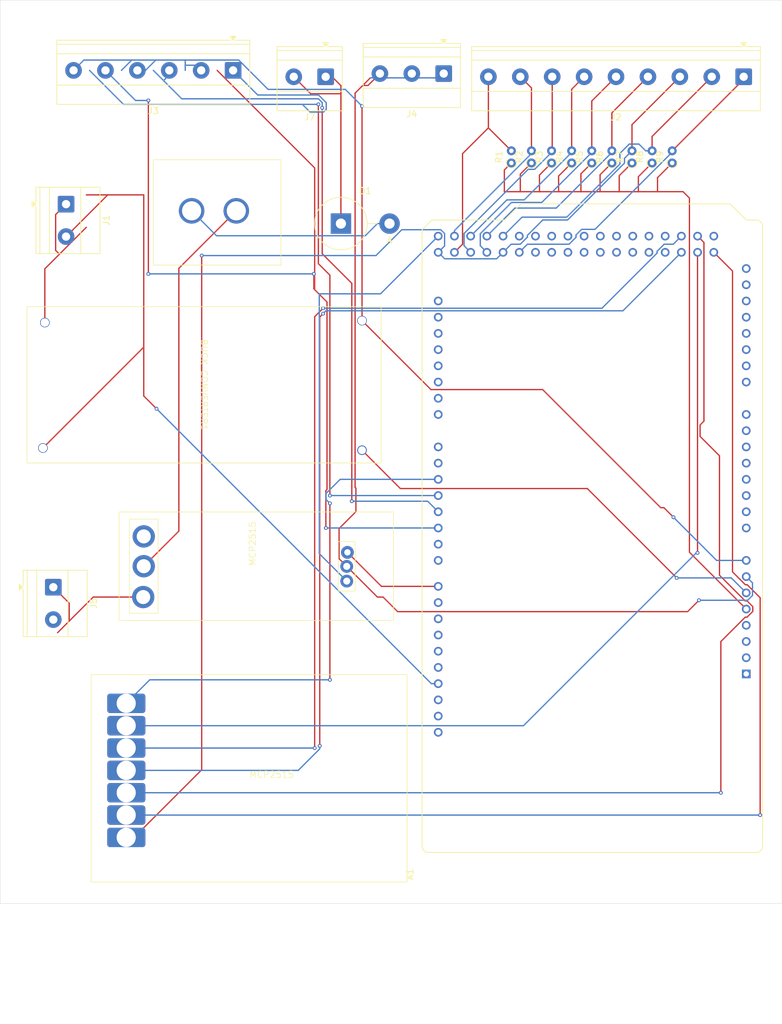
<source format=kicad_pcb>
(kicad_pcb (version 20241229) (generator "pcbnew") (generator_version "9.0")
  (layers (0 "F.Cu" signal) (2 "B.Cu" signal) (13 "F.Paste" user) (15 "B.Paste" user) (5 "F.SilkS" user "F.Silkscreen") (7 "B.SilkS" user "B.Silkscreen") (1 "F.Mask" user) (3 "B.Mask" user) (25 "Edge.Cuts" user))
  (net 0 "")
  (net 2 "Net-(J3-Pin_5)")
  (net 3 "Net-(A1-+5V_3)")
  (net 7 "Net-(J4-Pin_1)")
  (net 17 "Net-(U3-MISO)")
  (net 18 "Net-(A1-+5V_2)")
  (net 19 "Net-(BUCK_CONVERTER1-OUT+)")
  (net 21 "Net-(J2-Pin_5)")
  (net 22 "Net-(U3-SCLK)")
  (net 25 "Net-(J2-Pin_7)")
  (net 30 "Net-(U3-MOSI)")
  (net 32 "Net-(U3-CS)")
  (net 33 "GND")
  (net 42 "Net-(J2-Pin_1)")
  (net 43 "/PWM")
  (net 50 "Net-(J2-Pin_8)")
  (net 55 "Net-(J3-Pin_3)")
  (net 56 "Net-(BUCK_CONVERTER1-OUT-)")
  (net 61 "Net-(J3-Pin_1)")
  (net 69 "/5V")
  (net 71 "Net-(U3-GND)")
  (net 72 "Net-(J2-Pin_6)")
  (net 76 "Net-(J2-Pin_9)")
  (net 81 "Net-(U3-INT)")
  (net 82 "Net-(J2-Pin_4)")
  (net 83 "Net-(J2-Pin_2)")
  (net 86 "+24V")
  (net 87 "Net-(D1-K)")
  (net 88 "Net-(D1-A)")
  (net 89 "Net-(U1-B)")
  (net 90 "Net-(J5-Pin_1)")
  (footprint "Resistor_THT:R_Axial_DIN0204_L3.6mm_D1.6mm_P1.90mm_Vertical" (layer "F.Cu") (at 205.5 54.5 90)
    (property "Reference" "R7" (at 0.95 -1.92 90) (layer "F.SilkS"))
    (property "Value" "1K")
    (pad "1" thru_hole circle (at 0 0 90) (size 1.4 1.4) (drill 0.7) (layers "*.Cu" "*.Mask") (net 69 "/5V"))
    (pad "2" thru_hole oval (at 1.9 0 90) (size 1.4 1.4) (drill 0.7) (layers "*.Cu" "*.Mask") (net 18 "Net-(A1-+5V_2)"))
  )
  (footprint "Resistor_THT:R_Axial_DIN0204_L3.6mm_D1.6mm_P1.90mm_Vertical" (layer "F.Cu") (at 202.35 54.5 90)
    (property "Reference" "R6" (at 0.95 -1.92 90) (layer "F.SilkS"))
    (property "Value" "1K")
    (pad "1" thru_hole circle (at 0 0 90) (size 1.4 1.4) (drill 0.7) (layers "*.Cu" "*.Mask") (net 69 "/5V"))
    (pad "2" thru_hole oval (at 1.9 0 90) (size 1.4 1.4) (drill 0.7) (layers "*.Cu" "*.Mask") (net 82 "Net-(J2-Pin_4)"))
  )
  (footprint "Resistor_THT:R_Axial_DIN0204_L3.6mm_D1.6mm_P1.90mm_Vertical" (layer "F.Cu") (at 196.05 54.5 90)
    (property "Reference" "R4" (at 0.95 -1.92 90) (layer "F.SilkS"))
    (property "Value" "1K")
    (pad "1" thru_hole circle (at 0 0 90) (size 1.4 1.4) (drill 0.7) (layers "*.Cu" "*.Mask") (net 69 "/5V"))
    (pad "2" thru_hole oval (at 1.9 0 90) (size 1.4 1.4) (drill 0.7) (layers "*.Cu" "*.Mask") (net 72 "Net-(J2-Pin_6)"))
  )
  (footprint "Resistor_THT:R_Axial_DIN0204_L3.6mm_D1.6mm_P1.90mm_Vertical" (layer "F.Cu") (at 192.9 54.5 90)
    (property "Reference" "R3" (at 0.95 -1.92 90) (layer "F.SilkS"))
    (property "Value" "1K")
    (pad "1" thru_hole circle (at 0 0 90) (size 1.4 1.4) (drill 0.7) (layers "*.Cu" "*.Mask") (net 69 "/5V"))
    (pad "2" thru_hole oval (at 1.9 0 90) (size 1.4 1.4) (drill 0.7) (layers "*.Cu" "*.Mask") (net 25 "Net-(J2-Pin_7)"))
  )
  (footprint "Resistor_THT:R_Axial_DIN0204_L3.6mm_D1.6mm_P1.90mm_Vertical" (layer "F.Cu") (at 208.65 54.5 90)
    (property "Reference" "R8" (at 0.95 -1.92 90) (layer "F.SilkS"))
    (property "Value" "1K")
    (pad "1" thru_hole circle (at 0 0 90) (size 1.4 1.4) (drill 0.7) (layers "*.Cu" "*.Mask") (net 69 "/5V"))
    (pad "2" thru_hole oval (at 1.9 0 90) (size 1.4 1.4) (drill 0.7) (layers "*.Cu" "*.Mask") (net 83 "Net-(J2-Pin_2)"))
  )
  (footprint "USER PROJECTS:FUSEHOLDER" (layer "F.Cu") (at 148 68)
    (property "Reference" "F1" (hide yes))
    (property "Value" "Fuse" (hide yes))
    (pad "1" thru_hole circle (at -4.5 -6) (size 4 4) (drill 3) (layers "*.Cu" "*.Mask") (net 89 "Net-(U1-B)"))
    (pad "2" thru_hole circle (at -11.5 -6) (size 4 4) (drill 3) (layers "*.Cu" "*.Mask") (net 88 "Net-(D1-A)"))
  )
  (footprint "SBWFL:Untitled" (layer "F.Cu") (at 141.2 126 -90)
    (property "Reference" "BUCK_CONVERTER1" (at -36.75 2.75 270) (layer "F.SilkS") (effects (font (thickness 0.1))))
    (property "Value" "~" (hide yes))
    (pad "1" thru_hole circle (at -46.8 -22 270) (size 1.5 1.5) (drill 1.3) (layers "*.Cu" "*.Mask") (net 19 "Net-(BUCK_CONVERTER1-OUT+)"))
    (pad "2" thru_hole circle (at -26.5 -22 270) (size 1.5 1.5) (drill 1.2) (layers "*.Cu" "*.Mask") (net 56 "Net-(BUCK_CONVERTER1-OUT-)"))
    (pad "3" thru_hole circle (at -46.5 27.7 270) (size 1.5 1.5) (drill 1.3) (layers "*.Cu" "*.Mask") (net 86 "+24V"))
    (pad "4" thru_hole circle (at -26.85 28 270) (size 1.5 1.5) (drill 1.3) (layers "*.Cu" "*.Mask") (net 33 "GND"))
  )
  (footprint "Resistor_THT:R_Axial_DIN0204_L3.6mm_D1.6mm_P1.90mm_Vertical" (layer "F.Cu") (at 186.6 54.5 90)
    (property "Reference" "R1" (at 0.95 -1.92 90) (layer "F.SilkS"))
    (property "Value" "1K")
    (pad "1" thru_hole circle (at 0 0 90) (size 1.4 1.4) (drill 0.7) (layers "*.Cu" "*.Mask") (net 69 "/5V"))
    (pad "2" thru_hole oval (at 1.9 0 90) (size 1.4 1.4) (drill 0.7) (layers "*.Cu" "*.Mask") (net 76 "Net-(J2-Pin_9)"))
  )
  (footprint "TerminalBlock_Phoenix:TerminalBlock_Phoenix_MKDS-1,5-6_1x06_P5.00mm_Horizontal" (layer "F.Cu") (at 143 40 180)
    (property "Reference" "J3" (at 12.5 -6.32 0) (layer "F.SilkS"))
    (property "Value" "Conn_01x06_Pin")
    (pad "1" thru_hole roundrect (at 0 0 180) (size 2.6 2.6) (drill 1.3) (layers "*.Cu" "*.Mask") (roundrect_rratio 0.096154) (net 61 "Net-(J3-Pin_1)"))
    (pad "2" thru_hole circle (at 5 0 180) (size 2.6 2.6) (drill 1.3) (layers "*.Cu" "*.Mask") (net 19 "Net-(BUCK_CONVERTER1-OUT+)"))
    (pad "3" thru_hole circle (at 10 0 180) (size 2.6 2.6) (drill 1.3) (layers "*.Cu" "*.Mask") (net 55 "Net-(J3-Pin_3)"))
    (pad "4" thru_hole circle (at 15 0 180) (size 2.6 2.6) (drill 1.3) (layers "*.Cu" "*.Mask") (net 19 "Net-(BUCK_CONVERTER1-OUT+)"))
    (pad "5" thru_hole circle (at 20 0 180) (size 2.6 2.6) (drill 1.3) (layers "*.Cu" "*.Mask") (net 2 "Net-(J3-Pin_5)"))
    (pad "6" thru_hole circle (at 25 0 180) (size 2.6 2.6) (drill 1.3) (layers "*.Cu" "*.Mask") (net 19 "Net-(BUCK_CONVERTER1-OUT+)"))
  )
  (footprint "TerminalBlock_Phoenix:TerminalBlock_Phoenix_MKDS-1,5-2_1x02_P5.00mm_Horizontal" (layer "F.Cu") (at 157.5 41 180)
    (property "Reference" "J7" (at 2.5 -6.32 0) (layer "F.SilkS"))
    (property "Value" "MOTOR DRIVER +V")
    (pad "1" thru_hole roundrect (at 0 0 180) (size 2.6 2.6) (drill 1.3) (layers "*.Cu" "*.Mask") (roundrect_rratio 0.096154))
    (pad "2" thru_hole circle (at 5 0 180) (size 2.6 2.6) (drill 1.3) (layers "*.Cu" "*.Mask") (net 87 "Net-(D1-K)"))
  )
  (footprint "TerminalBlock_Phoenix:TerminalBlock_Phoenix_MKDS-1,5-2-5.08_1x02_P5.08mm_Horizontal" (layer "F.Cu") (at 116.8275 60.955 -90)
    (property "Reference" "J1" (at 2.54 -6.32 90) (layer "F.SilkS"))
    (property "Value" "POWER INPUT")
    (pad "1" thru_hole roundrect (at 0 0 270) (size 2.6 2.6) (drill 1.3) (layers "*.Cu" "*.Mask") (roundrect_rratio 0.096154) (net 86 "+24V"))
    (pad "2" thru_hole circle (at 5.08 0 270) (size 2.6 2.6) (drill 1.3) (layers "*.Cu" "*.Mask") (net 33 "GND"))
  )
  (footprint "Diode_THT:D_5KPW_P7.62mm_Vertical_AnodeUp" (layer "F.Cu") (at 159.89 64)
    (property "Reference" "D1" (at 3.81 -5.12 0) (layer "F.SilkS"))
    (property "Value" "STPS30L60CW")
    (fp_text user "A" (at 7.62 2.6 0) (layer "F.SilkS"))
    (pad "1" thru_hole rect (at 0 0) (size 3.2 3.2) (drill 1.6) (layers "*.Cu" "*.Mask") (net 87 "Net-(D1-K)"))
    (pad "2" thru_hole oval (at 7.62 0) (size 3.2 3.2) (drill 1.6) (layers "*.Cu" "*.Mask") (net 88 "Net-(D1-A)"))
  )
  (footprint "SBWFL:MCP2515" (layer "F.Cu") (at 144.75 189.15)
    (property "Reference" "U3" (hide yes))
    (property "Value" "~" (hide yes))
    (fp_text user "MCP2515" (at 0.75 -38.25 0) (layer "F.SilkS") (effects (font (thickness 0.1)) (justify left bottom)))
    (pad "1" thru_hole roundrect (at -18.5 -43 180) (size 5.97625 3.0508) (drill 3 (offset -0.011875 0)) (layers "*.Cu" "*.Mask") (roundrect_rratio 0.15) (net 30 "Net-(U3-MOSI)"))
    (pad "2" thru_hole roundrect (at -18.5 -32.5 180) (size 5.97625 3.0508) (drill 3 (offset -0.011875 0)) (layers "*.Cu" "*.Mask") (roundrect_rratio 0.15) (net 71 "Net-(U3-GND)"))
    (pad "3" thru_hole roundrect (at -18.5 -29 180) (size 5.97625 3.0508) (drill 3 (offset -0.011875 0)) (layers "*.Cu" "*.Mask") (roundrect_rratio 0.15) (net 18 "Net-(A1-+5V_2)"))
    (pad "4" thru_hole roundrect (at -18.5 -39.5 180) (size 5.97625 3.0508) (drill 3 (offset -0.011875 0)) (layers "*.Cu" "*.Mask") (roundrect_rratio 0.15) (net 17 "Net-(U3-MISO)"))
    (pad "5" thru_hole roundrect (at -18.5 -36 180) (size 5.97625 3.0508) (drill 3 (offset -0.011875 0)) (layers "*.Cu" "*.Mask") (roundrect_rratio 0.15) (net 32 "Net-(U3-CS)"))
    (pad "6" thru_hole roundrect (at -18.5 -46.5 180) (size 5.97625 3.0508) (drill 3 (offset -0.011875 0)) (layers "*.Cu" "*.Mask") (roundrect_rratio 0.15) (net 22 "Net-(U3-SCLK)"))
    (pad "9" thru_hole roundrect (at -18.5 -50 180) (size 5.97625 3.0508) (drill 3 (offset -0.011875 0)) (layers "*.Cu" "*.Mask") (roundrect_rratio 0.15) (net 81 "Net-(U3-INT)"))
  )
  (footprint "TerminalBlock_Phoenix:TerminalBlock_Phoenix_MKDS-1,5-9_1x09_P5.00mm_Horizontal" (layer "F.Cu") (at 223 41 180)
    (property "Reference" "J2" (at 20 -6.32 0) (layer "F.SilkS"))
    (property "Value" "Conn_01x09_Pin")
    (pad "1" thru_hole roundrect (at 0 0 180) (size 2.6 2.6) (drill 1.3) (layers "*.Cu" "*.Mask") (roundrect_rratio 0.096154) (net 42 "Net-(J2-Pin_1)"))
    (pad "2" thru_hole circle (at 5 0 180) (size 2.6 2.6) (drill 1.3) (layers "*.Cu" "*.Mask") (net 83 "Net-(J2-Pin_2)"))
    (pad "3" thru_hole circle (at 10 0 180) (size 2.6 2.6) (drill 1.3) (layers "*.Cu" "*.Mask") (net 18 "Net-(A1-+5V_2)"))
    (pad "4" thru_hole circle (at 15 0 180) (size 2.6 2.6) (drill 1.3) (layers "*.Cu" "*.Mask") (net 82 "Net-(J2-Pin_4)"))
    (pad "5" thru_hole circle (at 20 0 180) (size 2.6 2.6) (drill 1.3) (layers "*.Cu" "*.Mask") (net 21 "Net-(J2-Pin_5)"))
    (pad "6" thru_hole circle (at 25 0 180) (size 2.6 2.6) (drill 1.3) (layers "*.Cu" "*.Mask") (net 72 "Net-(J2-Pin_6)"))
    (pad "7" thru_hole circle (at 30 0 180) (size 2.6 2.6) (drill 1.3) (layers "*.Cu" "*.Mask") (net 25 "Net-(J2-Pin_7)"))
    (pad "8" thru_hole circle (at 35 0 180) (size 2.6 2.6) (drill 1.3) (layers "*.Cu" "*.Mask") (net 50 "Net-(J2-Pin_8)"))
    (pad "9" thru_hole circle (at 40 0 180) (size 2.6 2.6) (drill 1.3) (layers "*.Cu" "*.Mask") (net 76 "Net-(J2-Pin_9)"))
  )
  (footprint "SBWFL:MODULE_A000067" (layer "F.Cu") (at 199.2828 111.7056 90)
    (property "Reference" "A1" (at -54.225 -28.555 90) (layer "F.SilkS"))
    (property "Value" "A000067")
    (pad "" np_thru_hole circle (at -36.8044 24.1172 90) (size 3.2 3.2) (drill 3.2) (layers "*.Cu" "*.Mask"))
    (pad "" np_thru_hole circle (at -35.5344 -24.1428 90) (size 3.2 3.2) (drill 3.2) (layers "*.Cu" "*.Mask"))
    (pad "" np_thru_hole circle (at 15.2656 -8.9028 90) (size 3.2 3.2) (drill 3.2) (layers "*.Cu" "*.Mask"))
    (pad "" np_thru_hole circle (at 15.2656 19.0372 90) (size 3.2 3.2) (drill 3.2) (layers "*.Cu" "*.Mask"))
    (pad "" np_thru_hole circle (at 39.3956 -24.1428 90) (size 3.2 3.2) (drill 3.2) (layers "*.Cu" "*.Mask"))
    (pad "" np_thru_hole circle (at 45.7456 24.1172 90) (size 3.2 3.2) (drill 3.2) (layers "*.Cu" "*.Mask"))
    (pad "0" thru_hole circle (at 12.7256 -24.1428 90) (size 1.358 1.358) (drill 0.85) (layers "*.Cu" "*.Mask"))
    (pad "1" thru_hole circle (at 10.1856 -24.1428 90) (size 1.358 1.358) (drill 0.85) (layers "*.Cu" "*.Mask"))
    (pad "2" thru_hole circle (at 7.6456 -24.1428 90) (size 1.358 1.358) (drill 0.85) (layers "*.Cu" "*.Mask") (net 81 "Net-(U3-INT)"))
    (pad "3" thru_hole circle (at 5.1056 -24.1428 90) (size 1.358 1.358) (drill 0.85) (layers "*.Cu" "*.Mask") (net 61 "Net-(J3-Pin_1)"))
    (pad "3V3" thru_hole circle (at -15.2144 24.1172 90) (size 1.358 1.358) (drill 0.85) (layers "*.Cu" "*.Mask"))
    (pad "4" thru_hole circle (at 2.5656 -24.1428 90) (size 1.358 1.358) (drill 0.85) (layers "*.Cu" "*.Mask") (net 55 "Net-(J3-Pin_3)"))
    (pad "5" thru_hole circle (at 0.0256 -24.1428 90) (size 1.358 1.358) (drill 0.85) (layers "*.Cu" "*.Mask") (net 2 "Net-(J3-Pin_5)"))
    (pad "5V_1" thru_hole circle (at -12.6744 24.1172 90) (size 1.358 1.358) (drill 0.85) (layers "*.Cu" "*.Mask") (net 69 "/5V"))
    (pad "5V_2" thru_hole circle (at 43.2056 -24.1428 90) (size 1.358 1.358) (drill 0.85) (layers "*.Cu" "*.Mask") (net 18 "Net-(A1-+5V_2)"))
    (pad "5V_3" thru_hole circle (at 45.7456 -24.1428 90) (size 1.358 1.358) (drill 0.85) (layers "*.Cu" "*.Mask") (net 3 "Net-(A1-+5V_3)"))
    (pad "6" thru_hole circle (at -2.5144 -24.1428 90) (size 1.358 1.358) (drill 0.85) (layers "*.Cu" "*.Mask"))
    (pad "7" thru_hole circle (at -5.0544 -24.1428 90) (size 1.358 1.358) (drill 0.85) (layers "*.Cu" "*.Mask"))
    (pad "8" thru_hole circle (at -9.1184 -24.1428 90) (size 1.358 1.358) (drill 0.85) (layers "*.Cu" "*.Mask") (net 43 "/PWM"))
    (pad "9" thru_hole circle (at -11.6584 -24.1428 90) (size 1.358 1.358) (drill 0.85) (layers "*.Cu" "*.Mask"))
    (pad "10" thru_hole circle (at -14.1984 -24.1428 90) (size 1.358 1.358) (drill 0.85) (layers "*.Cu" "*.Mask"))
    (pad "11" thru_hole circle (at -16.7384 -24.1428 90) (size 1.358 1.358) (drill 0.85) (layers "*.Cu" "*.Mask"))
    (pad "12" thru_hole circle (at -19.2784 -24.1428 90) (size 1.358 1.358) (drill 0.85) (layers "*.Cu" "*.Mask"))
    (pad "13" thru_hole circle (at -21.8184 -24.1428 90) (size 1.358 1.358) (drill 0.85) (layers "*.Cu" "*.Mask"))
    (pad "14" thru_hole circle (at 17.8056 -24.1428 90) (size 1.358 1.358) (drill 0.85) (layers "*.Cu" "*.Mask"))
    (pad "15" thru_hole circle (at 20.3456 -24.1428 90) (size 1.358 1.358) (drill 0.85) (layers "*.Cu" "*.Mask"))
    (pad "16" thru_hole circle (at 22.8856 -24.1428 90) (size 1.358 1.358) (drill 0.85) (layers "*.Cu" "*.Mask"))
    (pad "17" thru_hole circle (at 25.4256 -24.1428 90) (size 1.358 1.358) (drill 0.85) (layers "*.Cu" "*.Mask"))
    (pad "18" thru_hole circle (at 27.9656 -24.1428 90) (size 1.358 1.358) (drill 0.85) (layers "*.Cu" "*.Mask"))
    (pad "19" thru_hole circle (at 30.5056 -24.1428 90) (size 1.358 1.358) (drill 0.85) (layers "*.Cu" "*.Mask"))
    (pad "20" thru_hole circle (at 33.0456 -24.1428 90) (size 1.358 1.358) (drill 0.85) (layers "*.Cu" "*.Mask"))
    (pad "21" thru_hole circle (at 35.5856 -24.1428 90) (size 1.358 1.358) (drill 0.85) (layers "*.Cu" "*.Mask"))
    (pad "22" thru_hole circle (at 43.2056 -21.6028 90) (size 1.358 1.358) (drill 0.85) (layers "*.Cu" "*.Mask") (net 76 "Net-(J2-Pin_9)"))
    (pad "23" thru_hole circle (at 45.7456 -21.6028 90) (size 1.358 1.358) (drill 0.85) (layers "*.Cu" "*.Mask") (net 50 "Net-(J2-Pin_8)"))
    (pad "24" thru_hole circle (at 43.2056 -19.0628 90) (size 1.358 1.358) (drill 0.85) (layers "*.Cu" "*.Mask") (net 25 "Net-(J2-Pin_7)"))
    (pad "25" thru_hole circle (at 45.7456 -19.0628 90) (size 1.358 1.358) (drill 0.85) (layers "*.Cu" "*.Mask") (net 72 "Net-(J2-Pin_6)"))
    (pad "26" thru_hole circle (at 43.2056 -16.5228 90) (size 1.358 1.358) (drill 0.85) (layers "*.Cu" "*.Mask") (net 21 "Net-(J2-Pin_5)"))
    (pad "27" thru_hole circle (at 45.7456 -16.5228 90) (size 1.358 1.358) (drill 0.85) (layers "*.Cu" "*.Mask") (net 82 "Net-(J2-Pin_4)"))
    (pad "28" thru_hole circle (at 43.2056 -13.9828 90) (size 1.358 1.358) (drill 0.85) (layers "*.Cu" "*.Mask") (net 18 "Net-(A1-+5V_2)"))
    (pad "29" thru_hole circle (at 45.7456 -13.9828 90) (size 1.358 1.358) (drill 0.85) (layers "*.Cu" "*.Mask") (net 83 "Net-(J2-Pin_2)"))
    (pad "30" thru_hole circle (at 43.2056 -11.4428 90) (size 1.358 1.358) (drill 0.85) (layers "*.Cu" "*.Mask") (net 42 "Net-(J2-Pin_1)"))
    (pad "31" thru_hole circle (at 45.7456 -11.4428 90) (size 1.358 1.358) (drill 0.85) (layers "*.Cu" "*.Mask"))
    (pad "32" thru_hole circle (at 43.2056 -8.9028 90) (size 1.358 1.358) (drill 0.85) (layers "*.Cu" "*.Mask"))
    (pad "33" thru_hole circle (at 45.7456 -8.9028 90) (size 1.358 1.358) (drill 0.85) (layers "*.Cu" "*.Mask"))
    (pad "34" thru_hole circle (at 43.2056 -6.3628 90) (size 1.358 1.358) (drill 0.85) (layers "*.Cu" "*.Mask"))
    (pad "35" thru_hole circle (at 45.7456 -6.3628 90) (size 1.358 1.358) (drill 0.85) (layers "*.Cu" "*.Mask"))
    (pad "36" thru_hole circle (at 43.2056 -3.8228 90) (size 1.358 1.358) (drill 0.85) (layers "*.Cu" "*.Mask"))
    (pad "37" thru_hole circle (at 45.7456 -3.8228 90) (size 1.358 1.358) (drill 0.85) (layers "*.Cu" "*.Mask"))
    (pad "38" thru_hole circle (at 43.2056 -1.2828 90) (size 1.358 1.358) (drill 0.85) (layers "*.Cu" "*.Mask"))
    (pad "39" thru_hole circle (at 45.7456 -1.2828 90) (size 1.358 1.358) (drill 0.85) (layers "*.Cu" "*.Mask"))
    (pad "40" thru_hole circle (at 43.2056 1.2572 90) (size 1.358 1.358) (drill 0.85) (layers "*.Cu" "*.Mask"))
    (pad "41" thru_hole circle (at 45.7456 1.2572 90) (size 1.358 1.358) (drill 0.85) (layers "*.Cu" "*.Mask"))
    (pad "42" thru_hole circle (at 43.2056 3.7972 90) (size 1.358 1.358) (drill 0.85) (layers "*.Cu" "*.Mask"))
    (pad "43" thru_hole circle (at 45.7456 3.7972 90) (size 1.358 1.358) (drill 0.85) (layers "*.Cu" "*.Mask"))
    (pad "44" thru_hole circle (at 43.2056 6.3372 90) (size 1.358 1.358) (drill 0.85) (layers "*.Cu" "*.Mask"))
    (pad "45" thru_hole circle (at 45.7456 6.3372 90) (size 1.358 1.358) (drill 0.85) (layers "*.Cu" "*.Mask"))
    (pad "46" thru_hole circle (at 43.2056 8.8772 90) (size 1.358 1.358) (drill 0.85) (layers "*.Cu" "*.Mask"))
    (pad "47" thru_hole circle (at 45.7456 8.8772 90) (size 1.358 1.358) (drill 0.85) (layers "*.Cu" "*.Mask"))
    (pad "48" thru_hole circle (at 43.2056 11.4172 90) (size 1.358 1.358) (drill 0.85) (layers "*.Cu" "*.Mask"))
    (pad "49" thru_hole circle (at 45.7456 11.4172 90) (size 1.358 1.358) (drill 0.85) (layers "*.Cu" "*.Mask"))
    (pad "50" thru_hole circle (at 43.2056 13.9572 90) (size 1.358 1.358) (drill 0.85) (layers "*.Cu" "*.Mask") (net 17 "Net-(U3-MISO)"))
    (pad "51" thru_hole circle (at 45.7456 13.9572 90) (size 1.358 1.358) (drill 0.85) (layers "*.Cu" "*.Mask") (net 30 "Net-(U3-MOSI)"))
    (pad "52" thru_hole circle (at 43.2056 16.4972 90) (size 1.358 1.358) (drill 0.85) (layers "*.Cu" "*.Mask") (net 22 "Net-(U3-SCLK)"))
    (pad "53" thru_hole circle (at 45.7456 16.4972 90) (size 1.358 1.358) (drill 0.85) (layers "*.Cu" "*.Mask") (net 32 "Net-(U3-CS)"))
    (pad "AD0" thru_hole circle (at 0.0256 24.1172 90) (size 1.358 1.358) (drill 0.85) (layers "*.Cu" "*.Mask"))
    (pad "AD1" thru_hole circle (at 2.5656 24.1172 90) (size 1.358 1.358) (drill 0.85) (layers "*.Cu" "*.Mask"))
    (pad "AD2" thru_hole circle (at 5.1056 24.1172 90) (size 1.358 1.358) (drill 0.85) (layers "*.Cu" "*.Mask"))
    (pad "AD3" thru_hole circle (at 7.6456 24.1172 90) (size 1.358 1.358) (drill 0.85) (layers "*.Cu" "*.Mask"))
    (pad "AD4" thru_hole circle (at 10.1856 24.1172 90) (size 1.358 1.358) (drill 0.85) (layers "*.Cu" "*.Mask"))
    (pad "AD5" thru_hole circle (at 12.7256 24.1172 90) (size 1.358 1.358) (drill 0.85) (layers "*.Cu" "*.Mask"))
    (pad "AD6" thru_hole circle (at 15.2656 24.1172 90) (size 1.358 1.358) (drill 0.85) (layers "*.Cu" "*.Mask"))
    (pad "AD7" thru_hole circle (at 17.8056 24.1172 90) (size 1.358 1.358) (drill 0.85) (layers "*.Cu" "*.Mask"))
    (pad "AD8" thru_hole circle (at 22.8856 24.1172 90) (size 1.358 1.358) (drill 0.85) (layers "*.Cu" "*.Mask"))
    (pad "AD9" thru_hole circle (at 25.4256 24.1172 90) (size 1.358 1.358) (drill 0.85) (layers "*.Cu" "*.Mask"))
    (pad "AD10" thru_hole circle (at 27.9656 24.1172 90) (size 1.358 1.358) (drill 0.85) (layers "*.Cu" "*.Mask"))
    (pad "AD11" thru_hole circle (at 30.5056 24.1172 90) (size 1.358 1.358) (drill 0.85) (layers "*.Cu" "*.Mask"))
    (pad "AD12" thru_hole circle (at 33.0456 24.1172 90) (size 1.358 1.358) (drill 0.85) (layers "*.Cu" "*.Mask"))
    (pad "AD13" thru_hole circle (at 35.5856 24.1172 90) (size 1.358 1.358) (drill 0.85) (layers "*.Cu" "*.Mask"))
    (pad "AD14" thru_hole circle (at 38.1256 24.1172 90) (size 1.358 1.358) (drill 0.85) (layers "*.Cu" "*.Mask"))
    (pad "AD15" thru_hole circle (at 40.6656 24.1172 90) (size 1.358 1.358) (drill 0.85) (layers "*.Cu" "*.Mask"))
    (pad "AREF" thru_hole circle (at -26.8984 -24.1428 90) (size 1.358 1.358) (drill 0.85) (layers "*.Cu" "*.Mask"))
    (pad "GND1" thru_hole circle (at -10.1344 24.1172 90) (size 1.358 1.358) (drill 0.85) (layers "*.Cu" "*.Mask") (net 56 "Net-(BUCK_CONVERTER1-OUT-)"))
    (pad "GND2" thru_hole circle (at -7.5944 24.1172 90) (size 1.358 1.358) (drill 0.85) (layers "*.Cu" "*.Mask") (net 7 "Net-(J4-Pin_1)"))
    (pad "GND3" thru_hole circle (at -24.3584 -24.1428 90) (size 1.358 1.358) (drill 0.85) (layers "*.Cu" "*.Mask") (net 33 "GND"))
    (pad "GND4" thru_hole circle (at 43.2056 19.0372 90) (size 1.358 1.358) (drill 0.85) (layers "*.Cu" "*.Mask") (net 71 "Net-(U3-GND)"))
    (pad "GND5" thru_hole circle (at 45.7456 19.0372 90) (size 1.358 1.358) (drill 0.85) (layers "*.Cu" "*.Mask"))
    (pad "IOREF" thru_hole circle (at -20.2944 24.1172 90) (size 1.358 1.358) (drill 0.85) (layers "*.Cu" "*.Mask"))
    (pad "NC" thru_hole rect (at -22.8344 24.1172 90) (size 1.358 1.358) (drill 0.85) (layers "*.Cu" "*.Mask"))
    (pad "RESET" thru_hole circle (at -17.7544 24.1172 90) (size 1.358 1.358) (drill 0.85) (layers "*.Cu" "*.Mask"))
    (pad "SCL" thru_hole circle (at -31.9784 -24.1428 90) (size 1.358 1.358) (drill 0.85) (layers "*.Cu" "*.Mask"))
    (pad "SDA" thru_hole circle (at -29.4384 -24.1428 90) (size 1.358 1.358) (drill 0.85) (layers "*.Cu" "*.Mask"))
    (pad "VIN" thru_hole circle (at -5.0544 24.1172 90) (size 1.358 1.358) (drill 0.85) (layers "*.Cu" "*.Mask") (net 19 "Net-(BUCK_CONVERTER1-OUT+)"))
  )
  (footprint "Resistor_THT:R_Axial_DIN0204_L3.6mm_D1.6mm_P1.90mm_Vertical" (layer "F.Cu") (at 199.2 54.5 90)
    (property "Reference" "R5" (at 0.95 -1.92 90) (layer "F.SilkS"))
    (property "Value" "1K")
    (pad "1" thru_hole circle (at 0 0 90) (size 1.4 1.4) (drill 0.7) (layers "*.Cu" "*.Mask") (net 69 "/5V"))
    (pad "2" thru_hole oval (at 1.9 0 90) (size 1.4 1.4) (drill 0.7) (layers "*.Cu" "*.Mask") (net 21 "Net-(J2-Pin_5)"))
  )
  (footprint "USER PROJECTS:Untitled" (layer "F.Cu") (at 149.915 139.5 90)
    (property "Reference" "U1" (hide yes))
    (property "Value" "~" (hide yes))
    (fp_text user "MCP2515" (at 21.832 -3.286 90) (layer "F.SilkS") (effects (font (thickness 0.1)) (justify left bottom)))
    (pad "1" thru_hole circle (at 17 -21) (size 3.48741 3.48741) (drill 2.2) (layers "*.Cu" "*.Mask") (net 90 "Net-(J5-Pin_1)"))
    (pad "2" thru_hole circle (at 21.832 -20.915) (size 3.48741 3.48741) (drill 2.2) (layers "*.Cu" "*.Mask") (net 89 "Net-(U1-B)"))
    (pad "3" thru_hole circle (at 26.5 -20.915) (size 3.48741 3.48741) (drill 2.2) (layers "*.Cu" "*.Mask"))
    (pad "4" thru_hole circle (at 24 11) (size 2 2) (drill 1) (layers "*.Cu" "*.Mask") (net 43 "/PWM"))
    (pad "5" thru_hole circle (at 19.5 10.8896) (size 2 2) (drill 1.1) (layers "*.Cu" "*.Mask") (net 3 "Net-(A1-+5V_3)"))
    (pad "6" thru_hole circle (at 21.8064 10.8896) (size 2 2) (drill 1.1) (layers "*.Cu" "*.Mask") (net 7 "Net-(J4-Pin_1)"))
  )
  (footprint "TerminalBlock_Phoenix:TerminalBlock_Phoenix_MKDS-1,5-3_1x03_P5.00mm_Horizontal" (layer "F.Cu") (at 176 40.5 180)
    (property "Reference" "J4" (at 5 -6.32 0) (layer "F.SilkS"))
    (property "Value" "Conn_01x03_Pin")
    (pad "1" thru_hole roundrect (at 0 0 180) (size 2.6 2.6) (drill 1.3) (layers "*.Cu" "*.Mask") (roundrect_rratio 0.096154) (net 7 "Net-(J4-Pin_1)"))
    (pad "2" thru_hole circle (at 5 0 180) (size 2.6 2.6) (drill 1.3) (layers "*.Cu" "*.Mask") (net 7 "Net-(J4-Pin_1)"))
    (pad "3" thru_hole circle (at 10 0 180) (size 2.6 2.6) (drill 1.3) (layers "*.Cu" "*.Mask") (net 7 "Net-(J4-Pin_1)"))
  )
  (footprint "TerminalBlock_Phoenix:TerminalBlock_Phoenix_MKDS-1,5-2-5.08_1x02_P5.08mm_Horizontal" (layer "F.Cu") (at 114.8275 120.955 -90)
    (property "Reference" "J5" (at 2.54 -6.32 90) (layer "F.SilkS"))
    (property "Value" "+24V")
    (pad "1" thru_hole roundrect (at 0 0 270) (size 2.6 2.6) (drill 1.3) (layers "*.Cu" "*.Mask") (roundrect_rratio 0.096154) (net 90 "Net-(J5-Pin_1)"))
    (pad "2" thru_hole circle (at 5.08 0 270) (size 2.6 2.6) (drill 1.3) (layers "*.Cu" "*.Mask"))
  )
  (footprint "Resistor_THT:R_Axial_DIN0204_L3.6mm_D1.6mm_P1.90mm_Vertical" (layer "F.Cu") (at 211.8 54.5 90)
    (property "Reference" "R9" (at 0.95 -1.92 90) (layer "F.SilkS"))
    (property "Value" "1K")
    (pad "1" thru_hole circle (at 0 0 90) (size 1.4 1.4) (drill 0.7) (layers "*.Cu" "*.Mask") (net 69 "/5V"))
    (pad "2" thru_hole oval (at 1.9 0 90) (size 1.4 1.4) (drill 0.7) (layers "*.Cu" "*.Mask") (net 42 "Net-(J2-Pin_1)"))
  )
  (footprint "Resistor_THT:R_Axial_DIN0204_L3.6mm_D1.6mm_P1.90mm_Vertical" (layer "F.Cu") (at 189.75 54.5 90)
    (property "Reference" "R2" (at 0.95 -1.92 90) (layer "F.SilkS"))
    (property "Value" "1K")
    (pad "1" thru_hole circle (at 0 0 90) (size 1.4 1.4) (drill 0.7) (layers "*.Cu" "*.Mask") (net 69 "/5V"))
    (pad "2" thru_hole oval (at 1.9 0 90) (size 1.4 1.4) (drill 0.7) (layers "*.Cu" "*.Mask") (net 50 "Net-(J2-Pin_8)"))
  )
  (gr_rect (start 106.5 29) (end 229 170.5) (stroke (width 0.05)) (fill no) (layer "Edge.Cuts"))
  (segment (start 155.6524 71.8766) (end 155.6524 74.2086) (width 0.2) (layer "F.Cu") (net 2))
  (segment (start 155.78 74.3362) (end 155.78 74.3503) (width 0.2) (layer "F.Cu") (net 2))
  (segment (start 157.535 105.832) (end 157.535 111.68) (width 0.2) (layer "F.Cu") (net 2))
  (segment (start 155.6524 74.2086) (end 155.78 74.3362) (width 0.2) (layer "F.Cu") (net 2))
  (segment (start 157.711 105.656) (end 157.535 105.832) (width 0.2) (layer "F.Cu") (net 2))
  (segment (start 155.78 55.2798) (end 155.78 74.3362) (width 0.2) (layer "F.Cu") (net 2))
  (segment (start 140.5 40) (end 155.78 55.2798) (width 0.2) (layer "F.Cu") (net 2))
  (segment (start 157.711 76.2817) (end 157.711 105.656) (width 0.2) (layer "F.Cu") (net 2))
  (segment (start 155.78 74.3503) (end 157.711 76.2817) (width 0.2) (layer "F.Cu") (net 2))
  (segment (start 129.7208 71.8766) (end 129.7208 44.7119) (width 0.2) (layer "F.Cu") (net 2))
  (via (at 129.7208 71.8766) (size 0.6) (drill 0.3) (layers "F.Cu" "B.Cu") (net 2))
  (via (at 155.6524 71.8766) (size 0.6) (drill 0.3) (layers "F.Cu" "B.Cu") (net 2))
  (via (at 129.7208 44.7119) (size 0.6) (drill 0.3) (layers "F.Cu" "B.Cu") (net 2))
  (via (at 157.535 111.68) (size 0.6) (drill 0.3) (layers "F.Cu" "B.Cu") (net 2))
  (segment (start 175.14 111.68) (end 157.535 111.68) (width 0.2) (layer "B.Cu") (net 2))
  (segment (start 123 40) (end 127.7119 44.7119) (width 0.2) (layer "B.Cu") (net 2))
  (segment (start 155.6524 71.8766) (end 129.7208 71.8766) (width 0.2) (layer "B.Cu") (net 2))
  (segment (start 127.7119 44.7119) (end 129.7208 44.7119) (width 0.2) (layer "B.Cu") (net 2))
  (segment (start 166.1 75) (end 175.14 65.96) (width 0.2) (layer "B.Cu") (net 3))
  (segment (start 156.5 75) (end 166.1 75) (width 0.2) (layer "B.Cu") (net 3))
  (segment (start 160.805 120) (end 160.8046 119.9996) (width 0.2) (layer "B.Cu") (net 3))
  (segment (start 160.8046 119.9996) (end 156.5 115.695) (width 0.2) (layer "B.Cu") (net 3))
  (segment (start 156.5 115.695) (end 156.5 75) (width 0.2) (layer "B.Cu") (net 3))
  (segment (start 160.8046 119.9996) (end 160.8046 120) (width 0.2) (layer "B.Cu") (net 3))
  (segment (start 168.786 124.786) (end 166.5 122.5) (width 0.2) (layer "F.Cu") (net 7))
  (segment (start 216 123) (end 214.214 124.786) (width 0.2) (layer "F.Cu") (net 7))
  (segment (start 164.1351 42.3649) (end 166 40.5) (width 0.2) (layer "F.Cu") (net 7))
  (segment (start 160.8046 117.6936) (end 159.603 116.492) (width 0.2) (layer "F.Cu") (net 7))
  (segment (start 166.5 122.5) (end 165.611 122.5) (width 0.2) (layer "F.Cu") (net 7))
  (segment (start 162.115 105.311) (end 162.115 43.5573) (width 0.2) (layer "F.Cu") (net 7))
  (segment (start 165.611 122.5) (end 160.8046 117.6936) (width 0.2) (layer "F.Cu") (net 7))
  (segment (start 163.3075 42.3649) (end 164.1351 42.3649) (width 0.2) (layer "F.Cu") (net 7))
  (segment (start 162.115 43.5573) (end 163.3075 42.3649) (width 0.2) (layer "F.Cu") (net 7))
  (segment (start 214.214 124.786) (end 168.786 124.786) (width 0.2) (layer "F.Cu") (net 7))
  (segment (start 163.3075 42.3649) (end 164.5 41.1725) (width 0.2) (layer "F.Cu") (net 7))
  (segment (start 162.24 109.128) (end 162.24 105.436) (width 0.2) (layer "F.Cu") (net 7))
  (segment (start 159.603 116.492) (end 159.603 111.765) (width 0.2) (layer "F.Cu") (net 7))
  (segment (start 162.24 105.436) (end 162.115 105.311) (width 0.2) (layer "F.Cu") (net 7))
  (segment (start 159.603 111.765) (end 162.24 109.128) (width 0.2) (layer "F.Cu") (net 7))
  (via (at 216 123) (size 0.6) (drill 0.3) (layers "F.Cu" "B.Cu") (net 7))
  (segment (start 224.38 120.28) (end 224.38 122.246) (width 0.2) (layer "B.Cu") (net 7))
  (segment (start 174.5 41.1725) (end 175.3275 41.1725) (width 0.2) (layer "B.Cu") (net 7))
  (segment (start 170.5863 41.1725) (end 166.6725 41.1725) (width 0.2) (layer "B.Cu") (net 7))
  (segment (start 175.3275 41.1725) (end 176 40.5) (width 0.2) (layer "B.Cu") (net 7))
  (segment (start 171 40.7588) (end 171 40.5) (width 0.2) (layer "B.Cu") (net 7))
  (segment (start 223.4 119.3) (end 224.38 120.28) (width 0.2) (layer "B.Cu") (net 7))
  (segment (start 223.626 123) (end 216 123) (width 0.2) (layer "B.Cu") (net 7))
  (segment (start 166.6725 41.1725) (end 164.5 41.1725) (width 0.2) (layer "B.Cu") (net 7))
  (segment (start 224.38 122.246) (end 223.626 123) (width 0.2) (layer "B.Cu") (net 7))
  (segment (start 170.5863 41.1725) (end 171 40.7588) (width 0.2) (layer "B.Cu") (net 7))
  (segment (start 166.6725 41.1725) (end 166 40.5) (width 0.2) (layer "B.Cu") (net 7))
  (segment (start 174.5 41.1725) (end 170.5863 41.1725) (width 0.2) (layer "B.Cu") (net 7))
  (segment (start 156.578 78.636) (end 157.109 78.1044) (width 0.2) (layer "F.Cu") (net 17))
  (segment (start 156.578 145.806) (end 156.578 78.636) (width 0.2) (layer "F.Cu") (net 17))
  (via (at 156.578 145.806) (size 0.6) (drill 0.3) (layers "F.Cu" "B.Cu") (net 17))
  (via (at 157.109 78.1044) (size 0.6) (drill 0.3) (layers "F.Cu" "B.Cu") (net 17))
  (segment (start 204.081 77.6589) (end 157.555 77.6589) (width 0.2) (layer "B.Cu") (net 17))
  (segment (start 213.24 68.5) (end 204.081 77.6589) (width 0.2) (layer "B.Cu") (net 17))
  (segment (start 156.578 145.806) (end 156.578 146.274) (width 0.2) (layer "B.Cu") (net 17))
  (segment (start 153.202 149.65) (end 126.25 149.65) (width 0.2) (layer "B.Cu") (net 17))
  (segment (start 156.578 146.274) (end 153.202 149.65) (width 0.2) (layer "B.Cu") (net 17))
  (segment (start 157.555 77.6589) (end 157.109 78.1044) (width 0.2) (layer "B.Cu") (net 17))
  (segment (start 213 41) (end 205.5 48.5) (width 0.2) (layer "F.Cu") (net 18))
  (segment (start 126.25 160.15) (end 127.484 160.15) (width 0.2) (layer "F.Cu") (net 18))
  (segment (start 205.5 48.5) (end 205.5 52.6) (width 0.2) (layer "F.Cu") (net 18))
  (segment (start 138.078 149.556) (end 138.078 69.0073) (width 0.2) (layer "F.Cu") (net 18))
  (segment (start 127.484 160.15) (end 138.078 149.556) (width 0.2) (layer "F.Cu") (net 18))
  (via (at 138.078 69.0073) (size 0.6) (drill 0.3) (layers "F.Cu" "B.Cu") (net 18))
  (segment (start 187.997 67.23) (end 186.57 67.23) (width 0.2) (layer "B.Cu") (net 18))
  (segment (start 189.11 65.8422) (end 189.11 66.1168) (width 0.2) (layer "B.Cu") (net 18))
  (segment (start 185.3 68.5) (end 184.286 69.5135) (width 0.2) (layer "B.Cu") (net 18))
  (segment (start 205.5 52.6) (end 204.327 53.7733) (width 0.2) (layer "B.Cu") (net 18))
  (segment (start 176.138 65.5593) (end 176.138 67.5022) (width 0.2) (layer "B.Cu") (net 18))
  (segment (start 176.154 69.5135) (end 175.14 68.5) (width 0.2) (layer "B.Cu") (net 18))
  (segment (start 195.409 63.4336) (end 191.519 63.4336) (width 0.2) (layer "B.Cu") (net 18))
  (segment (start 138.078 69.0073) (end 165.384 69.0073) (width 0.2) (layer "B.Cu") (net 18))
  (segment (start 186.57 67.23) (end 185.3 68.5) (width 0.2) (layer "B.Cu") (net 18))
  (segment (start 169.43 64.9606) (end 175.539 64.9606) (width 0.2) (layer "B.Cu") (net 18))
  (segment (start 175.539 64.9606) (end 176.138 65.5593) (width 0.2) (layer "B.Cu") (net 18))
  (segment (start 204.327 54.5161) (end 195.409 63.4336) (width 0.2) (layer "B.Cu") (net 18))
  (segment (start 184.286 69.5135) (end 176.154 69.5135) (width 0.2) (layer "B.Cu") (net 18))
  (segment (start 165.384 69.0073) (end 169.43 64.9606) (width 0.2) (layer "B.Cu") (net 18))
  (segment (start 191.519 63.4336) (end 189.11 65.8422) (width 0.2) (layer "B.Cu") (net 18))
  (segment (start 204.327 53.7733) (end 204.327 54.5161) (width 0.2) (layer "B.Cu") (net 18))
  (segment (start 176.138 67.5022) (end 175.14 68.5) (width 0.2) (layer "B.Cu") (net 18))
  (segment (start 189.11 66.1168) (end 187.997 67.23) (width 0.2) (layer "B.Cu") (net 18))
  (segment (start 163.2 79.2) (end 174 90) (width 0.2) (layer "F.Cu") (net 19))
  (segment (start 210 108.5) (end 210.5 108.5) (width 0.2) (layer "F.Cu") (net 19))
  (segment (start 210.5 108.5) (end 212 110) (width 0.2) (layer "F.Cu") (net 19))
  (segment (start 163.2 79.2) (end 163.2 45.5974) (width 0.2) (layer "F.Cu") (net 19))
  (segment (start 174 90) (end 191.5 90) (width 0.2) (layer "F.Cu") (net 19))
  (segment (start 191.5 90) (end 210 108.5) (width 0.2) (layer "F.Cu") (net 19))
  (via (at 212 110) (size 0.6) (drill 0.3) (layers "F.Cu" "B.Cu") (net 19))
  (via (at 163.2 45.5974) (size 0.6) (drill 0.3) (layers "F.Cu" "B.Cu") (net 19))
  (segment (start 137.1902 39.1902) (end 138 40) (width 0.2) (layer "B.Cu") (net 19))
  (segment (start 127.12 38.3805) (end 119.6195 38.3805) (width 0.2) (layer "B.Cu") (net 19))
  (segment (start 148.474 42.9741) (end 160.577 42.9741) (width 0.2) (layer "B.Cu") (net 19))
  (segment (start 128 40) (end 129.2663 40) (width 0.2) (layer "B.Cu") (net 19))
  (segment (start 212 110) (end 218.76 116.76) (width 0.2) (layer "B.Cu") (net 19))
  (segment (start 145.5 40) (end 148.474 42.9741) (width 0.2) (layer "B.Cu") (net 19))
  (segment (start 135.5 39.1902) (end 137.1902 39.1902) (width 0.2) (layer "B.Cu") (net 19))
  (segment (start 119.6195 38.3805) (end 118 40) (width 0.2) (layer "B.Cu") (net 19))
  (segment (start 135.5 38.3805) (end 143.88 38.3805) (width 0.2) (layer "B.Cu") (net 19))
  (segment (start 135.5 39.1902) (end 135.5 40) (width 0.2) (layer "B.Cu") (net 19))
  (segment (start 135.5 38.3805) (end 130.8858 38.3805) (width 0.2) (layer "B.Cu") (net 19))
  (segment (start 129.2663 40) (end 130.8858 38.3805) (width 0.2) (layer "B.Cu") (net 19))
  (segment (start 135.5 38.3805) (end 135.5 39.1902) (width 0.2) (layer "B.Cu") (net 19))
  (segment (start 143.88 38.3805) (end 145.5 40) (width 0.2) (layer "B.Cu") (net 19))
  (segment (start 130.8858 38.3805) (end 127.12 38.3805) (width 0.2) (layer "B.Cu") (net 19))
  (segment (start 160.577 42.9741) (end 163.2 45.5974) (width 0.2) (layer "B.Cu") (net 19))
  (segment (start 218.76 116.76) (end 223.4 116.76) (width 0.2) (layer "B.Cu") (net 19))
  (segment (start 127.12 38.3805) (end 125.5 40) (width 0.2) (layer "B.Cu") (net 19))
  (segment (start 199.2 44.8) (end 199.2 52.6) (width 0.2) (layer "F.Cu") (net 21))
  (segment (start 203 41) (end 199.2 44.8) (width 0.2) (layer "F.Cu") (net 21))
  (segment (start 199.2 52.8485) (end 191.362 60.6863) (width 0.2) (layer "B.Cu") (net 21))
  (segment (start 181.728 65.5854) (end 181.728 67.4682) (width 0.2) (layer "B.Cu") (net 21))
  (segment (start 186.627 60.6863) (end 181.728 65.5854) (width 0.2) (layer "B.Cu") (net 21))
  (segment (start 191.362 60.6863) (end 186.627 60.6863) (width 0.2) (layer "B.Cu") (net 21))
  (segment (start 181.728 67.4682) (end 182.76 68.5) (width 0.2) (layer "B.Cu") (net 21))
  (segment (start 199.2 52.6) (end 199.2 52.8485) (width 0.2) (layer "B.Cu") (net 21))
  (segment (start 215.767 68.5134) (end 215.767 115.572) (width 0.2) (layer "F.Cu") (net 22))
  (segment (start 215.78 68.5) (end 215.767 68.5134) (width 0.2) (layer "F.Cu") (net 22))
  (via (at 215.767 115.572) (size 0.6) (drill 0.3) (layers "F.Cu" "B.Cu") (net 22))
  (segment (start 215.577 115.572) (end 215.767 115.572) (width 0.2) (layer "B.Cu") (net 22))
  (segment (start 188.499 142.65) (end 215.577 115.572) (width 0.2) (layer "B.Cu") (net 22))
  (segment (start 126.25 142.65) (end 188.499 142.65) (width 0.2) (layer "B.Cu") (net 22))
  (segment (start 193 52.5) (end 192.9 52.6) (width 0.2) (layer "F.Cu") (net 25))
  (segment (start 193 41) (end 193 52.5) (width 0.2) (layer "F.Cu") (net 25))
  (segment (start 190.247 55.5017) (end 189.234 55.5017) (width 0.2) (layer "B.Cu") (net 25))
  (segment (start 179.188 67.4682) (end 180.22 68.5) (width 0.2) (layer "B.Cu") (net 25))
  (segment (start 192.9 52.8485) (end 190.247 55.5017) (width 0.2) (layer "B.Cu") (net 25))
  (segment (start 192.9 52.6) (end 192.9 52.8485) (width 0.2) (layer "B.Cu") (net 25))
  (segment (start 179.188 65.5476) (end 179.188 67.4682) (width 0.2) (layer "B.Cu") (net 25))
  (segment (start 189.234 55.5017) (end 179.188 65.5476) (width 0.2) (layer "B.Cu") (net 25))
  (segment (start 157.104 77.2572) (end 155.78 78.5817) (width 0.2) (layer "F.Cu") (net 30))
  (segment (start 155.78 78.5817) (end 155.78 146.15) (width 0.2) (layer "F.Cu") (net 30))
  (via (at 157.104 77.2572) (size 0.6) (drill 0.3) (layers "F.Cu" "B.Cu") (net 30))
  (via (at 155.78 146.15) (size 0.6) (drill 0.3) (layers "F.Cu" "B.Cu") (net 30))
  (segment (start 209.43 68.6257) (end 200.799 77.2572) (width 0.2) (layer "B.Cu") (net 30))
  (segment (start 200.799 77.2572) (end 157.104 77.2572) (width 0.2) (layer "B.Cu") (net 30))
  (segment (start 210.541 67.23) (end 209.43 68.3412) (width 0.2) (layer "B.Cu") (net 30))
  (segment (start 213.24 65.96) (end 211.97 67.23) (width 0.2) (layer "B.Cu") (net 30))
  (segment (start 211.97 67.23) (end 210.541 67.23) (width 0.2) (layer "B.Cu") (net 30))
  (segment (start 209.43 68.3412) (end 209.43 68.6257) (width 0.2) (layer "B.Cu") (net 30))
  (segment (start 126.25 146.15) (end 155.78 146.15) (width 0.2) (layer "B.Cu") (net 30))
  (segment (start 219.212 119.076) (end 223.245 123.11) (width 0.2) (layer "F.Cu") (net 32))
  (segment (start 223.527 125.65) (end 223.243 125.65) (width 0.2) (layer "F.Cu") (net 32))
  (segment (start 223.541 123.11) (end 224.427 123.996) (width 0.2) (layer "F.Cu") (net 32))
  (segment (start 216.774 66.9545) (end 216.774 94.9426) (width 0.2) (layer "F.Cu") (net 32))
  (segment (start 219.424 129.468) (end 219.424 153.15) (width 0.2) (layer "F.Cu") (net 32))
  (segment (start 216.168 95.5488) (end 216.168 97.3312) (width 0.2) (layer "F.Cu") (net 32))
  (segment (start 215.78 65.96) (end 216.774 66.9545) (width 0.2) (layer "F.Cu") (net 32))
  (segment (start 224.427 123.996) (end 224.427 124.75) (width 0.2) (layer "F.Cu") (net 32))
  (segment (start 223.245 123.11) (end 223.541 123.11) (width 0.2) (layer "F.Cu") (net 32))
  (segment (start 219.211 100.374) (end 219.212 100.374) (width 0.2) (layer "F.Cu") (net 32))
  (segment (start 224.427 124.75) (end 223.527 125.65) (width 0.2) (layer "F.Cu") (net 32))
  (segment (start 219.212 100.374) (end 219.212 119.076) (width 0.2) (layer "F.Cu") (net 32))
  (segment (start 223.243 125.65) (end 219.424 129.468) (width 0.2) (layer "F.Cu") (net 32))
  (segment (start 216.774 94.9426) (end 216.168 95.5488) (width 0.2) (layer "F.Cu") (net 32))
  (segment (start 216.168 97.3312) (end 219.211 100.374) (width 0.2) (layer "F.Cu") (net 32))
  (via (at 219.424 153.15) (size 0.6) (drill 0.3) (layers "F.Cu" "B.Cu") (net 32))
  (segment (start 126.25 153.15) (end 219.424 153.15) (width 0.2) (layer "B.Cu") (net 32))
  (segment (start 129 83.35) (end 129 91) (width 0.2) (layer "F.Cu") (net 33))
  (segment (start 123.3625 59.5) (end 129 59.5) (width 0.2) (layer "F.Cu") (net 33))
  (segment (start 123.3625 59.5) (end 116.8275 66.035) (width 0.2) (layer "F.Cu") (net 33))
  (segment (start 120 59.5) (end 123.3625 59.5) (width 0.2) (layer "F.Cu") (net 33))
  (segment (start 129 83.35) (end 113.2 99.15) (width 0.2) (layer "F.Cu") (net 33))
  (segment (start 129 59.5) (end 129 83.35) (width 0.2) (layer "F.Cu") (net 33))
  (segment (start 129 91) (end 131 93) (width 0.2) (layer "F.Cu") (net 33))
  (via (at 131 93) (size 0.6) (drill 0.3) (layers "F.Cu" "B.Cu") (net 33))
  (segment (start 131 93) (end 174.064 136.064) (width 0.2) (layer "B.Cu") (net 33))
  (segment (start 174.064 136.064) (end 175.14 136.064) (width 0.2) (layer "B.Cu") (net 33))
  (segment (start 223 41.4) (end 211.8 52.6) (width 0.2) (layer "F.Cu") (net 42))
  (segment (start 223 41) (end 223 41.4) (width 0.2) (layer "F.Cu") (net 42))
  (segment (start 211.8 52.6) (end 211.8 52.8037) (width 0.2) (layer "B.Cu") (net 42))
  (segment (start 211.8 52.8037) (end 199.703 64.9011) (width 0.2) (layer "B.Cu") (net 42))
  (segment (start 196.73 65.7812) (end 196.73 66.1431) (width 0.2) (layer "B.Cu") (net 42))
  (segment (start 197.61 64.9011) (end 196.73 65.7812) (width 0.2) (layer "B.Cu") (net 42))
  (segment (start 195.643 67.23) (end 189.11 67.23) (width 0.2) (layer "B.Cu") (net 42))
  (segment (start 199.703 64.9011) (end 197.61 64.9011) (width 0.2) (layer "B.Cu") (net 42))
  (segment (start 189.11 67.23) (end 187.84 68.5) (width 0.2) (layer "B.Cu") (net 42))
  (segment (start 196.73 66.1431) (end 195.643 67.23) (width 0.2) (layer "B.Cu") (net 42))
  (segment (start 166.239 120.824) (end 175.14 120.824) (width 0.2) (layer "F.Cu") (net 43))
  (segment (start 160.915 115.5) (end 166.239 120.824) (width 0.2) (layer "F.Cu") (net 43))
  (segment (start 189.75 42.75) (end 189.75 52.6) (width 0.2) (layer "F.Cu") (net 50))
  (segment (start 188 41) (end 189.75 42.75) (width 0.2) (layer "F.Cu") (net 50))
  (segment (start 189.75 53.0266) (end 177.68 65.0966) (width 0.2) (layer "B.Cu") (net 50))
  (segment (start 189.75 52.6) (end 189.75 53.0266) (width 0.2) (layer "B.Cu") (net 50))
  (segment (start 177.68 65.0966) (end 177.68 65.96) (width 0.2) (layer "B.Cu") (net 50))
  (segment (start 161.599 73.3582) (end 161.599 107.488) (width 0.2) (layer "F.Cu") (net 55))
  (segment (start 156.961 45.8701) (end 156.961 68.7206) (width 0.2) (layer "F.Cu") (net 55))
  (segment (start 156.961 68.7206) (end 161.599 73.3582) (width 0.2) (layer "F.Cu") (net 55))
  (via (at 156.961 45.8701) (size 0.6) (drill 0.3) (layers "F.Cu" "B.Cu") (net 55))
  (via (at 161.599 107.488) (size 0.6) (drill 0.3) (layers "F.Cu" "B.Cu") (net 55))
  (segment (start 175.14 109.14) (end 173.488 107.488) (width 0.2) (layer "B.Cu") (net 55))
  (segment (start 132.1012 41.6012) (end 134.953 44.4529) (width 0.2) (layer "B.Cu") (net 55))
  (segment (start 134.953 44.4529) (end 156.373 44.4529) (width 0.2) (layer "B.Cu") (net 55))
  (segment (start 132.1013 41.6012) (end 132.1012 41.6012) (width 0.2) (layer "B.Cu") (net 55))
  (segment (start 173.488 107.488) (end 161.599 107.488) (width 0.2) (layer "B.Cu") (net 55))
  (segment (start 133 40.7025) (end 132.1013 41.6012) (width 0.2) (layer "B.Cu") (net 55))
  (segment (start 133 40) (end 133 40.7025) (width 0.2) (layer "B.Cu") (net 55))
  (segment (start 156.373 44.4529) (end 156.961 45.0409) (width 0.2) (layer "B.Cu") (net 55))
  (segment (start 130.5 40) (end 132.1012 41.6012) (width 0.2) (layer "B.Cu") (net 55))
  (segment (start 156.961 45.0409) (end 156.961 45.8701) (width 0.2) (layer "B.Cu") (net 55))
  (segment (start 163.2 99.5) (end 169.2 105.5) (width 0.2) (layer "F.Cu") (net 56))
  (segment (start 198.5 105.5) (end 212.5 119.5) (width 0.2) (layer "F.Cu") (net 56))
  (segment (start 169.2 105.5) (end 198.5 105.5) (width 0.2) (layer "F.Cu") (net 56))
  (via (at 212.5 119.5) (size 0.6) (drill 0.3) (layers "F.Cu" "B.Cu") (net 56))
  (segment (start 212.5 119.5) (end 221.06 119.5) (width 0.2) (layer "B.Cu") (net 56))
  (segment (start 221.06 119.5) (end 223.4 121.84) (width 0.2) (layer "B.Cu") (net 56))
  (segment (start 156.359 70.2768) (end 156.359 45.3208) (width 0.2) (layer "F.Cu") (net 61))
  (segment (start 158.164 72.0818) (end 156.359 70.2768) (width 0.2) (layer "F.Cu") (net 61))
  (segment (start 158.164 106.6) (end 158.164 72.0818) (width 0.2) (layer "F.Cu") (net 61))
  (via (at 158.164 106.6) (size 0.6) (drill 0.3) (layers "F.Cu" "B.Cu") (net 61))
  (via (at 156.359 45.3208) (size 0.6) (drill 0.3) (layers "F.Cu" "B.Cu") (net 61))
  (segment (start 157.5911 46.1054) (end 157.5911 45.0611) (width 0.2) (layer "B.Cu") (net 61))
  (segment (start 157.5911 45.0611) (end 156.3852 43.8552) (width 0.2) (layer "B.Cu") (net 61))
  (segment (start 156.3852 43.8552) (end 146.8552 43.8552) (width 0.2) (layer "B.Cu") (net 61))
  (segment (start 157.1733 46.5232) (end 157.5911 46.1054) (width 0.2) (layer "B.Cu") (net 61))
  (segment (start 153.8537 45.3208) (end 155.0561 46.5232) (width 0.2) (layer "B.Cu") (net 61))
  (segment (start 153.8537 45.3208) (end 156.359 45.3208) (width 0.2) (layer "B.Cu") (net 61))
  (segment (start 125.821 45.3208) (end 153.8537 45.3208) (width 0.2) (layer "B.Cu") (net 61))
  (segment (start 175.14 106.6) (end 158.164 106.6) (width 0.2) (layer "B.Cu") (net 61))
  (segment (start 155.0561 46.5232) (end 157.1733 46.5232) (width 0.2) (layer "B.Cu") (net 61))
  (segment (start 120.5 40) (end 125.821 45.3208) (width 0.2) (layer "B.Cu") (net 61))
  (segment (start 146.8552 43.8552) (end 143 40) (width 0.2) (layer "B.Cu") (net 61))
  (segment (start 214.5 115.48) (end 223.4 124.38) (width 0.2) (layer "F.Cu") (net 69))
  (segment (start 209.5 56.8) (end 209.5 59) (width 0.2) (layer "F.Cu") (net 69))
  (segment (start 200.5 59) (end 203.5 59) (width 0.2) (layer "F.Cu") (net 69))
  (segment (start 206.5 59) (end 209.5 59) (width 0.2) (layer "F.Cu") (net 69))
  (segment (start 189.75 54.5) (end 188 56.25) (width 0.2) (layer "F.Cu") (net 69))
  (segment (start 197.5 56.2) (end 197.5 59) (width 0.2) (layer "F.Cu") (net 69))
  (segment (start 196.05 54.5) (end 194 56.55) (width 0.2) (layer "F.Cu") (net 69))
  (segment (start 186.6 54.5) (end 185.5 55.6) (width 0.2) (layer "F.Cu") (net 69))
  (segment (start 205.5 54.5) (end 203.5 56.5) (width 0.2) (layer "F.Cu") (net 69))
  (segment (start 194 56.55) (end 194 59) (width 0.2) (layer "F.Cu") (net 69))
  (segment (start 213.5 59) (end 214.5 60) (width 0.2) (layer "F.Cu") (net 69))
  (segment (start 211.8 54.5) (end 209.5 56.8) (width 0.2) (layer "F.Cu") (net 69))
  (segment (start 202.35 54.5) (end 200.5 56.35) (width 0.2) (layer "F.Cu") (net 69))
  (segment (start 192.9 54.5) (end 191 56.4) (width 0.2) (layer "F.Cu") (net 69))
  (segment (start 194 59) (end 197.5 59) (width 0.2) (layer "F.Cu") (net 69))
  (segment (start 185.5 55.6) (end 185.5 59) (width 0.2) (layer "F.Cu") (net 69))
  (segment (start 208.65 54.5) (end 206.5 56.65) (width 0.2) (layer "F.Cu") (net 69))
  (segment (start 191 56.4) (end 191 59) (width 0.2) (layer "F.Cu") (net 69))
  (segment (start 206.5 56.65) (end 206.5 59) (width 0.2) (layer "F.Cu") (net 69))
  (segment (start 188 59) (end 191 59) (width 0.2) (layer "F.Cu") (net 69))
  (segment (start 199.2 54.5) (end 197.5 56.2) (width 0.2) (layer "F.Cu") (net 69))
  (segment (start 197.5 59) (end 200.5 59) (width 0.2) (layer "F.Cu") (net 69))
  (segment (start 188 56.25) (end 188 59) (width 0.2) (layer "F.Cu") (net 69))
  (segment (start 214.5 60) (end 214.5 115.48) (width 0.2) (layer "F.Cu") (net 69))
  (segment (start 200.5 56.35) (end 200.5 59) (width 0.2) (layer "F.Cu") (net 69))
  (segment (start 209.5 59) (end 213.5 59) (width 0.2) (layer "F.Cu") (net 69))
  (segment (start 185.5 59) (end 188 59) (width 0.2) (layer "F.Cu") (net 69))
  (segment (start 203.5 56.5) (end 203.5 59) (width 0.2) (layer "F.Cu") (net 69))
  (segment (start 203.5 59) (end 206.5 59) (width 0.2) (layer "F.Cu") (net 69))
  (segment (start 191 59) (end 194 59) (width 0.2) (layer "F.Cu") (net 69))
  (segment (start 221.25 118.553) (end 223.267 120.57) (width 0.2) (layer "F.Cu") (net 71))
  (segment (start 225.582 122.603) (end 225.582 156.65) (width 0.2) (layer "F.Cu") (net 71))
  (segment (start 223.549 120.57) (end 225.582 122.603) (width 0.2) (layer "F.Cu") (net 71))
  (segment (start 218.32 68.5) (end 221.25 71.4298) (width 0.2) (layer "F.Cu") (net 71))
  (segment (start 223.267 120.57) (end 223.549 120.57) (width 0.2) (layer "F.Cu") (net 71))
  (segment (start 221.25 71.4298) (end 221.25 118.553) (width 0.2) (layer "F.Cu") (net 71))
  (via (at 225.582 156.65) (size 0.6) (drill 0.3) (layers "F.Cu" "B.Cu") (net 71))
  (segment (start 126.25 156.65) (end 225.582 156.65) (width 0.2) (layer "B.Cu") (net 71))
  (segment (start 198 41) (end 196.05 42.95) (width 0.2) (layer "F.Cu") (net 72))
  (segment (start 196.05 42.95) (end 196.05 52.6) (width 0.2) (layer "F.Cu") (net 72))
  (segment (start 185.895 60.2846) (end 180.22 65.96) (width 0.2) (layer "B.Cu") (net 72))
  (segment (start 188.614 60.2846) (end 185.895 60.2846) (width 0.2) (layer "B.Cu") (net 72))
  (segment (start 196.05 52.6) (end 196.05 52.8485) (width 0.2) (layer "B.Cu") (net 72))
  (segment (start 196.05 52.8485) (end 188.614 60.2846) (width 0.2) (layer "B.Cu") (net 72))
  (segment (start 178.95 53.0499) (end 178.95 67.2299) (width 0.2) (layer "F.Cu") (net 76))
  (segment (start 186.6 52.6) (end 183 49) (width 0.2) (layer "F.Cu") (net 76))
  (segment (start 183 49) (end 183 41) (width 0.2) (layer "F.Cu") (net 76))
  (segment (start 183 49) (end 178.95 53.0499) (width 0.2) (layer "F.Cu") (net 76))
  (segment (start 178.95 67.2299) (end 177.68 68.5) (width 0.2) (layer "F.Cu") (net 76))
  (segment (start 158.164 135.464) (end 158.164 107.822) (width 0.2) (layer "F.Cu") (net 81))
  (via (at 158.164 107.822) (size 0.6) (drill 0.3) (layers "F.Cu" "B.Cu") (net 81))
  (via (at 158.164 135.464) (size 0.6) (drill 0.3) (layers "F.Cu" "B.Cu") (net 81))
  (segment (start 157.558 106.276) (end 157.558 107.217) (width 0.2) (layer "B.Cu") (net 81))
  (segment (start 129.936 135.464) (end 158.164 135.464) (width 0.2) (layer "B.Cu") (net 81))
  (segment (start 157.558 107.217) (end 158.164 107.822) (width 0.2) (layer "B.Cu") (net 81))
  (segment (start 175.14 104.06) (end 159.775 104.06) (width 0.2) (layer "B.Cu") (net 81))
  (segment (start 126.25 139.15) (end 129.936 135.464) (width 0.2) (layer "B.Cu") (net 81))
  (segment (start 159.775 104.06) (end 157.558 106.276) (width 0.2) (layer "B.Cu") (net 81))
  (segment (start 208 41) (end 202.35 46.65) (width 0.2) (layer "F.Cu") (net 82))
  (segment (start 202.35 46.65) (end 202.35 52.6) (width 0.2) (layer "F.Cu") (net 82))
  (segment (start 182.76 65.96) (end 187.155 61.565) (width 0.2) (layer "B.Cu") (net 82))
  (segment (start 187.155 61.565) (end 193.634 61.565) (width 0.2) (layer "B.Cu") (net 82))
  (segment (start 202.35 52.8485) (end 202.35 52.6) (width 0.2) (layer "B.Cu") (net 82))
  (segment (start 193.634 61.565) (end 202.35 52.8485) (width 0.2) (layer "B.Cu") (net 82))
  (segment (start 208.65 50.35) (end 208.65 52.6) (width 0.2) (layer "F.Cu") (net 83))
  (segment (start 218 41) (end 208.65 50.35) (width 0.2) (layer "F.Cu") (net 83))
  (segment (start 203.608 54.6665) (end 203.608 53.0032) (width 0.2) (layer "B.Cu") (net 83))
  (segment (start 207.648 52.6) (end 208.65 52.6) (width 0.2) (layer "B.Cu") (net 83))
  (segment (start 185.3 65.96) (end 188.269 62.9906) (width 0.2) (layer "B.Cu") (net 83))
  (segment (start 206.589 51.5403) (end 207.648 52.6) (width 0.2) (layer "B.Cu") (net 83))
  (segment (start 205.071 51.5403) (end 206.589 51.5403) (width 0.2) (layer "B.Cu") (net 83))
  (segment (start 195.284 62.9906) (end 203.608 54.6665) (width 0.2) (layer "B.Cu") (net 83))
  (segment (start 203.608 53.0032) (end 205.071 51.5403) (width 0.2) (layer "B.Cu") (net 83))
  (segment (start 188.269 62.9906) (end 195.284 62.9906) (width 0.2) (layer "B.Cu") (net 83))
  (segment (start 113.5 79.5) (end 113.5 71.08) (width 0.2) (layer "F.Cu") (net 86))
  (segment (start 115.1937 62.5888) (end 116.8275 60.955) (width 0.2) (layer "F.Cu") (net 86))
  (segment (start 115.79 68.79) (end 115.1937 68.1937) (width 0.2) (layer "F.Cu") (net 86))
  (segment (start 115.79 68.79) (end 120 64.58) (width 0.2) (layer "F.Cu") (net 86))
  (segment (start 115.1937 68.1937) (end 115.1937 62.5888) (width 0.2) (layer "F.Cu") (net 86))
  (segment (start 113.5 71.08) (end 115.79 68.79) (width 0.2) (layer "F.Cu") (net 86))
  (segment (start 159.89 42.39) (end 158 40.5) (width 0.2) (layer "F.Cu") (net 87))
  (segment (start 155.1609 43.6609) (end 152.5 41) (width 0.2) (layer "F.Cu") (net 87))
  (segment (start 159.89 43.6609) (end 155.1609 43.6609) (width 0.2) (layer "F.Cu") (net 87))
  (segment (start 159.89 64) (end 159.89 43.6609) (width 0.2) (layer "F.Cu") (net 87))
  (segment (start 159.89 43.6609) (end 159.89 42.39) (width 0.2) (layer "F.Cu") (net 87))
  (segment (start 163.707 65.9017) (end 140.402 65.9017) (width 0.2) (layer "B.Cu") (net 88))
  (segment (start 165.608 64) (end 163.707 65.9017) (width 0.2) (layer "B.Cu") (net 88))
  (segment (start 167.51 64) (end 165.608 64) (width 0.2) (layer "B.Cu") (net 88))
  (segment (start 140.402 65.9017) (end 136.5 62) (width 0.2) (layer "B.Cu") (net 88))
  (segment (start 134.5 112.168) (end 134.5 71) (width 0.2) (layer "F.Cu") (net 89))
  (segment (start 129 117.668) (end 134.5 112.168) (width 0.2) (layer "F.Cu") (net 89))
  (segment (start 134.5 71) (end 143.5 62) (width 0.2) (layer "F.Cu") (net 89))
  (segment (start 117.3178 126.2622) (end 117.3178 123.4453) (width 0.2) (layer "F.Cu") (net 90))
  (segment (start 128.915 122.5) (end 121.08 122.5) (width 0.2) (layer "F.Cu") (net 90))
  (segment (start 117.3178 123.4453) (end 114.8275 120.955) (width 0.2) (layer "F.Cu") (net 90))
  (segment (start 121.08 122.5) (end 117.3178 126.2622) (width 0.2) (layer "F.Cu") (net 90))
  (segment (start 117.3178 126.2622) (end 115.5 128.08) (width 0.2) (layer "F.Cu") (net 90))
)
</source>
